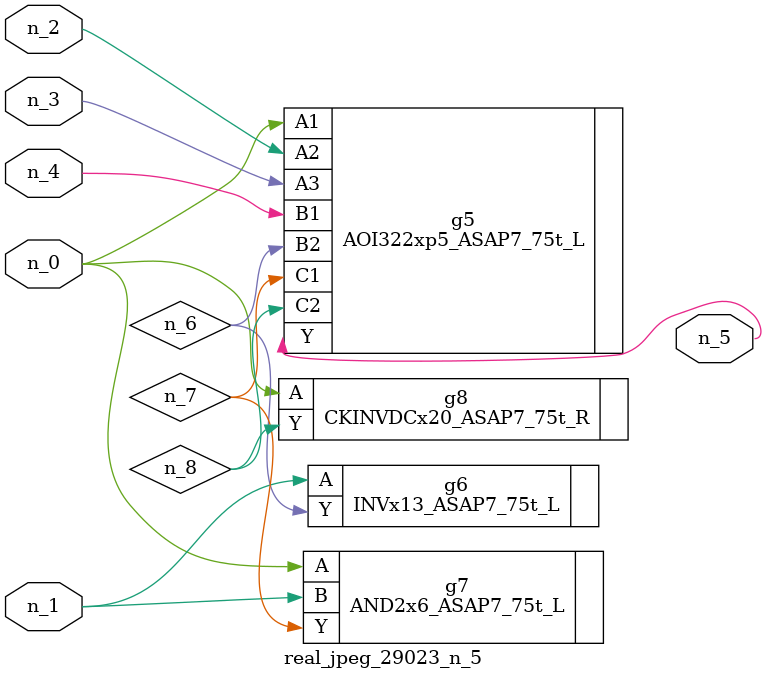
<source format=v>
module real_jpeg_29023_n_5 (n_4, n_0, n_1, n_2, n_3, n_5);

input n_4;
input n_0;
input n_1;
input n_2;
input n_3;

output n_5;

wire n_8;
wire n_6;
wire n_7;

AOI322xp5_ASAP7_75t_L g5 ( 
.A1(n_0),
.A2(n_2),
.A3(n_3),
.B1(n_4),
.B2(n_6),
.C1(n_7),
.C2(n_8),
.Y(n_5)
);

AND2x6_ASAP7_75t_L g7 ( 
.A(n_0),
.B(n_1),
.Y(n_7)
);

CKINVDCx20_ASAP7_75t_R g8 ( 
.A(n_0),
.Y(n_8)
);

INVx13_ASAP7_75t_L g6 ( 
.A(n_1),
.Y(n_6)
);


endmodule
</source>
